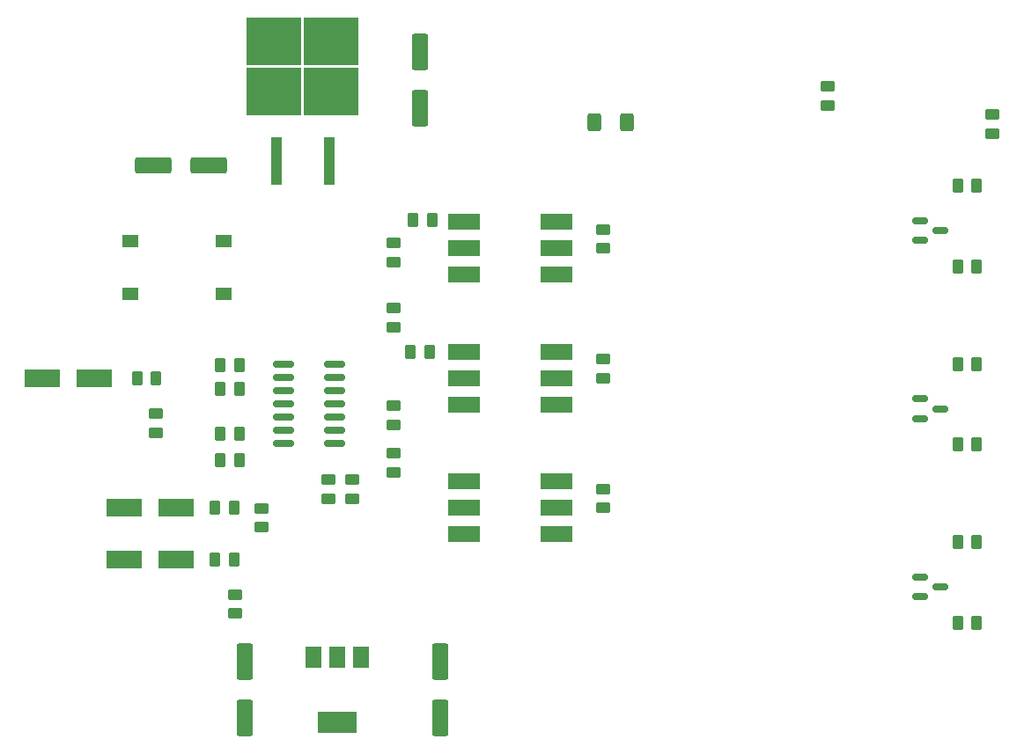
<source format=gbr>
%TF.GenerationSoftware,KiCad,Pcbnew,(7.0.0)*%
%TF.CreationDate,2023-04-03T14:28:29+07:00*%
%TF.ProjectId,3_phase_firing,335f7068-6173-4655-9f66-6972696e672e,rev?*%
%TF.SameCoordinates,Original*%
%TF.FileFunction,Paste,Top*%
%TF.FilePolarity,Positive*%
%FSLAX46Y46*%
G04 Gerber Fmt 4.6, Leading zero omitted, Abs format (unit mm)*
G04 Created by KiCad (PCBNEW (7.0.0)) date 2023-04-03 14:28:29*
%MOMM*%
%LPD*%
G01*
G04 APERTURE LIST*
G04 Aperture macros list*
%AMRoundRect*
0 Rectangle with rounded corners*
0 $1 Rounding radius*
0 $2 $3 $4 $5 $6 $7 $8 $9 X,Y pos of 4 corners*
0 Add a 4 corners polygon primitive as box body*
4,1,4,$2,$3,$4,$5,$6,$7,$8,$9,$2,$3,0*
0 Add four circle primitives for the rounded corners*
1,1,$1+$1,$2,$3*
1,1,$1+$1,$4,$5*
1,1,$1+$1,$6,$7*
1,1,$1+$1,$8,$9*
0 Add four rect primitives between the rounded corners*
20,1,$1+$1,$2,$3,$4,$5,0*
20,1,$1+$1,$4,$5,$6,$7,0*
20,1,$1+$1,$6,$7,$8,$9,0*
20,1,$1+$1,$8,$9,$2,$3,0*%
G04 Aperture macros list end*
%ADD10R,3.100000X1.600000*%
%ADD11RoundRect,0.250000X0.262500X0.450000X-0.262500X0.450000X-0.262500X-0.450000X0.262500X-0.450000X0*%
%ADD12RoundRect,0.250000X-0.450000X0.262500X-0.450000X-0.262500X0.450000X-0.262500X0.450000X0.262500X0*%
%ADD13R,1.500000X2.000000*%
%ADD14R,3.800000X2.000000*%
%ADD15RoundRect,0.250000X0.450000X-0.262500X0.450000X0.262500X-0.450000X0.262500X-0.450000X-0.262500X0*%
%ADD16RoundRect,0.150000X-0.587500X-0.150000X0.587500X-0.150000X0.587500X0.150000X-0.587500X0.150000X0*%
%ADD17RoundRect,0.150000X-0.825000X-0.150000X0.825000X-0.150000X0.825000X0.150000X-0.825000X0.150000X0*%
%ADD18RoundRect,0.250000X0.550000X-1.500000X0.550000X1.500000X-0.550000X1.500000X-0.550000X-1.500000X0*%
%ADD19RoundRect,0.250000X1.500000X0.550000X-1.500000X0.550000X-1.500000X-0.550000X1.500000X-0.550000X0*%
%ADD20RoundRect,0.250000X-0.400000X-0.625000X0.400000X-0.625000X0.400000X0.625000X-0.400000X0.625000X0*%
%ADD21R,3.500000X1.800000*%
%ADD22R,1.500000X1.300000*%
%ADD23RoundRect,0.250000X-0.262500X-0.450000X0.262500X-0.450000X0.262500X0.450000X-0.262500X0.450000X0*%
%ADD24R,5.250000X4.550000*%
%ADD25R,1.100000X4.600000*%
G04 APERTURE END LIST*
D10*
%TO.C,U3*%
X118054999Y-64959999D03*
X118054999Y-67499999D03*
X118054999Y-70039999D03*
X126944999Y-70039999D03*
X126944999Y-67499999D03*
X126944999Y-64959999D03*
%TD*%
D11*
%TO.C,R17*%
X114704500Y-77470000D03*
X112879500Y-77470000D03*
%TD*%
D12*
%TO.C,R41*%
X168830000Y-54627000D03*
X168830000Y-56452000D03*
%TD*%
D11*
%TO.C,R1*%
X88412500Y-80000000D03*
X86587500Y-80000000D03*
%TD*%
%TO.C,R22*%
X167329500Y-78630000D03*
X165504500Y-78630000D03*
%TD*%
D13*
%TO.C,U14*%
X108137999Y-106848999D03*
X105837999Y-106848999D03*
D14*
X105837999Y-113148999D03*
D13*
X103537999Y-106848999D03*
%TD*%
D15*
%TO.C,R14*%
X111252000Y-75080500D03*
X111252000Y-73255500D03*
%TD*%
%TO.C,R42*%
X152955000Y-53761500D03*
X152955000Y-51936500D03*
%TD*%
D16*
%TO.C,Q1*%
X161923500Y-64853000D03*
X161923500Y-66753000D03*
X163798500Y-65803000D03*
%TD*%
D11*
%TO.C,R27*%
X167329500Y-103522000D03*
X165504500Y-103522000D03*
%TD*%
D17*
%TO.C,U1*%
X100649000Y-78690000D03*
X100649000Y-79960000D03*
X100649000Y-81230000D03*
X100649000Y-82500000D03*
X100649000Y-83770000D03*
X100649000Y-85040000D03*
X100649000Y-86310000D03*
X105599000Y-86310000D03*
X105599000Y-85040000D03*
X105599000Y-83770000D03*
X105599000Y-82500000D03*
X105599000Y-81230000D03*
X105599000Y-79960000D03*
X105599000Y-78690000D03*
%TD*%
D11*
%TO.C,R26*%
X167329500Y-95775000D03*
X165504500Y-95775000D03*
%TD*%
D18*
%TO.C,C3*%
X96948000Y-112699000D03*
X96948000Y-107299000D03*
%TD*%
%TO.C,C4*%
X115744000Y-112699000D03*
X115744000Y-107299000D03*
%TD*%
D11*
%TO.C,R16*%
X114958500Y-64770000D03*
X113133500Y-64770000D03*
%TD*%
%TO.C,R24*%
X167329500Y-61485000D03*
X165504500Y-61485000D03*
%TD*%
D15*
%TO.C,R18*%
X111252000Y-89050500D03*
X111252000Y-87225500D03*
%TD*%
D10*
%TO.C,U5*%
X118054999Y-89959999D03*
X118054999Y-92499999D03*
X118054999Y-95039999D03*
X126944999Y-95039999D03*
X126944999Y-92499999D03*
X126944999Y-89959999D03*
%TD*%
D19*
%TO.C,C1*%
X93505000Y-59563000D03*
X88105000Y-59563000D03*
%TD*%
D11*
%TO.C,R7*%
X96416500Y-78740000D03*
X94591500Y-78740000D03*
%TD*%
%TO.C,R25*%
X167329500Y-86377000D03*
X165504500Y-86377000D03*
%TD*%
%TO.C,R5*%
X95912500Y-97500000D03*
X94087500Y-97500000D03*
%TD*%
%TO.C,R23*%
X167329500Y-69232000D03*
X165504500Y-69232000D03*
%TD*%
D20*
%TO.C,R40*%
X130580000Y-55389000D03*
X133680000Y-55389000D03*
%TD*%
D15*
%TO.C,R15*%
X111252000Y-84478500D03*
X111252000Y-82653500D03*
%TD*%
%TO.C,R6*%
X96012000Y-102663000D03*
X96012000Y-100838000D03*
%TD*%
D21*
%TO.C,D2*%
X82499999Y-79999999D03*
X77499999Y-79999999D03*
%TD*%
D12*
%TO.C,R13*%
X111252000Y-67009000D03*
X111252000Y-68834000D03*
%TD*%
D16*
%TO.C,Q2*%
X161923500Y-81998000D03*
X161923500Y-83898000D03*
X163798500Y-82948000D03*
%TD*%
D22*
%TO.C,D1*%
X94873999Y-71891999D03*
X94873999Y-66791999D03*
X85973999Y-66791999D03*
X85973999Y-71891999D03*
%TD*%
D15*
%TO.C,R4*%
X98552000Y-94359100D03*
X98552000Y-92534100D03*
%TD*%
D23*
%TO.C,R8*%
X94591500Y-81026000D03*
X96416500Y-81026000D03*
%TD*%
D11*
%TO.C,R3*%
X95912500Y-92500000D03*
X94087500Y-92500000D03*
%TD*%
%TO.C,R9*%
X96416500Y-87884000D03*
X94591500Y-87884000D03*
%TD*%
D10*
%TO.C,U4*%
X118054999Y-77459999D03*
X118054999Y-79999999D03*
X118054999Y-82539999D03*
X126944999Y-82539999D03*
X126944999Y-79999999D03*
X126944999Y-77459999D03*
%TD*%
D15*
%TO.C,R20*%
X131365000Y-80000000D03*
X131365000Y-78175000D03*
%TD*%
D24*
%TO.C,U2*%
X99724999Y-52424999D03*
X105274999Y-52424999D03*
X99724999Y-47574999D03*
X105274999Y-47574999D03*
D25*
X99959999Y-59149999D03*
X105039999Y-59149999D03*
%TD*%
D12*
%TO.C,R11*%
X105003600Y-89765500D03*
X105003600Y-91590500D03*
%TD*%
D15*
%TO.C,R12*%
X107289600Y-91590500D03*
X107289600Y-89765500D03*
%TD*%
D18*
%TO.C,C2*%
X113792000Y-54008000D03*
X113792000Y-48608000D03*
%TD*%
D21*
%TO.C,D3*%
X90329999Y-92499999D03*
X85329999Y-92499999D03*
%TD*%
D23*
%TO.C,R10*%
X94591500Y-85344000D03*
X96416500Y-85344000D03*
%TD*%
D15*
%TO.C,R2*%
X88392000Y-85240500D03*
X88392000Y-83415500D03*
%TD*%
D16*
%TO.C,Q3*%
X161923500Y-99143000D03*
X161923500Y-101043000D03*
X163798500Y-100093000D03*
%TD*%
D21*
%TO.C,D4*%
X90329999Y-97499999D03*
X85329999Y-97499999D03*
%TD*%
D15*
%TO.C,R21*%
X131365000Y-92500000D03*
X131365000Y-90675000D03*
%TD*%
%TO.C,R19*%
X131365000Y-67500000D03*
X131365000Y-65675000D03*
%TD*%
M02*

</source>
